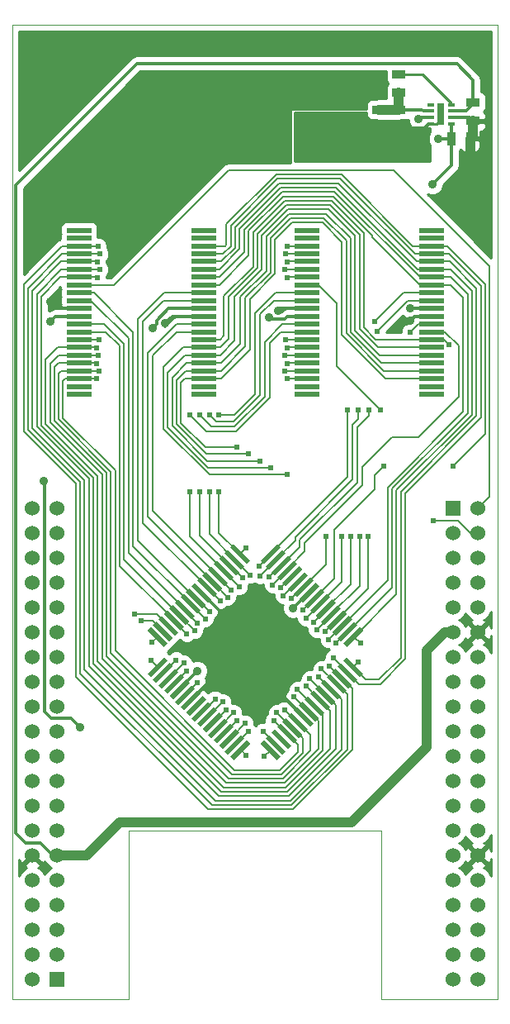
<source format=gtl>
G04 (created by PCBNEW (25-Oct-2014 BZR 4029)-stable) date Sat 16 May 2015 01:40:02 JST*
%MOIN*%
G04 Gerber Fmt 3.4, Leading zero omitted, Abs format*
%FSLAX34Y34*%
G01*
G70*
G90*
G04 APERTURE LIST*
%ADD10C,0.00590551*%
%ADD11C,0.00393701*%
%ADD12R,0.06X0.06*%
%ADD13C,0.06*%
%ADD14R,0.055X0.035*%
%ADD15R,0.035X0.055*%
%ADD16R,0.0984252X0.019685*%
%ADD17R,0.0314961X0.011811*%
%ADD18R,0.0314961X0.0885827*%
%ADD19C,0.035*%
%ADD20C,0.0240157*%
%ADD21C,0.0137795*%
%ADD22C,0.0393701*%
%ADD23C,0.0080315*%
%ADD24C,0.01*%
G04 APERTURE END LIST*
G54D10*
G54D11*
X30600Y-11700D02*
X50200Y-11700D01*
X30600Y-51000D02*
X35300Y-51000D01*
X45500Y-51000D02*
X50200Y-51000D01*
X35300Y-44200D02*
X45500Y-44200D01*
X35300Y-44200D02*
X35300Y-51000D01*
X45500Y-44200D02*
X45500Y-51000D01*
X30600Y-51000D02*
X30600Y-11700D01*
X50200Y-51000D02*
X50200Y-11700D01*
G54D12*
X48400Y-31200D03*
G54D13*
X49400Y-31200D03*
X48400Y-36200D03*
X49400Y-32200D03*
X48400Y-37200D03*
X49400Y-33200D03*
X48400Y-38200D03*
X49400Y-34200D03*
X48400Y-39200D03*
X49400Y-35200D03*
X48400Y-40200D03*
X49400Y-36200D03*
X48400Y-41200D03*
X49400Y-37200D03*
X48400Y-42200D03*
X49400Y-38200D03*
X48400Y-43200D03*
X49400Y-39200D03*
X48400Y-44200D03*
X49400Y-40200D03*
X48400Y-45200D03*
X49400Y-41200D03*
X48400Y-46200D03*
X49400Y-42200D03*
X49400Y-43200D03*
X48400Y-47200D03*
X49400Y-44200D03*
X49400Y-46200D03*
X49400Y-47200D03*
X49400Y-48200D03*
X49400Y-49200D03*
X48400Y-48200D03*
X48400Y-49200D03*
X48400Y-32200D03*
X48400Y-33200D03*
X48400Y-34200D03*
X48400Y-35200D03*
X48400Y-50200D03*
X49400Y-50200D03*
X49400Y-45200D03*
G54D12*
X32400Y-50200D03*
G54D13*
X31400Y-50200D03*
X32400Y-45200D03*
X31400Y-49200D03*
X32400Y-44200D03*
X31400Y-48200D03*
X32400Y-43200D03*
X31400Y-47200D03*
X32400Y-42200D03*
X31400Y-46200D03*
X32400Y-41200D03*
X31400Y-45200D03*
X32400Y-40200D03*
X31400Y-44200D03*
X32400Y-39200D03*
X31400Y-43200D03*
X32400Y-38200D03*
X31400Y-42200D03*
X32400Y-37200D03*
X31400Y-41200D03*
X32400Y-36200D03*
X31400Y-40200D03*
X32400Y-35200D03*
X31400Y-39200D03*
X31400Y-38200D03*
X32400Y-34200D03*
X31400Y-37200D03*
X31400Y-35200D03*
X31400Y-34200D03*
X31400Y-33200D03*
X31400Y-32200D03*
X32400Y-33200D03*
X32400Y-32200D03*
X32400Y-49200D03*
X32400Y-48200D03*
X32400Y-47200D03*
X32400Y-46200D03*
X32400Y-31200D03*
X31400Y-31200D03*
X31400Y-36200D03*
G54D10*
G36*
X36182Y-38016D02*
X36043Y-37876D01*
X36711Y-37208D01*
X36850Y-37347D01*
X36182Y-38016D01*
X36182Y-38016D01*
G37*
G36*
X36405Y-38238D02*
X36265Y-38099D01*
X36934Y-37431D01*
X37073Y-37570D01*
X36405Y-38238D01*
X36405Y-38238D01*
G37*
G36*
X36627Y-38461D02*
X36488Y-38322D01*
X37156Y-37654D01*
X37295Y-37793D01*
X36627Y-38461D01*
X36627Y-38461D01*
G37*
G36*
X36850Y-38684D02*
X36711Y-38545D01*
X37379Y-37876D01*
X37518Y-38016D01*
X36850Y-38684D01*
X36850Y-38684D01*
G37*
G36*
X37073Y-38906D02*
X36934Y-38767D01*
X37602Y-38099D01*
X37741Y-38238D01*
X37073Y-38906D01*
X37073Y-38906D01*
G37*
G36*
X37295Y-39129D02*
X37156Y-38990D01*
X37824Y-38322D01*
X37964Y-38461D01*
X37295Y-39129D01*
X37295Y-39129D01*
G37*
G36*
X37518Y-39352D02*
X37379Y-39213D01*
X38047Y-38545D01*
X38186Y-38684D01*
X37518Y-39352D01*
X37518Y-39352D01*
G37*
G36*
X37741Y-39575D02*
X37602Y-39435D01*
X38270Y-38767D01*
X38409Y-38906D01*
X37741Y-39575D01*
X37741Y-39575D01*
G37*
G36*
X37964Y-39797D02*
X37824Y-39658D01*
X38493Y-38990D01*
X38632Y-39129D01*
X37964Y-39797D01*
X37964Y-39797D01*
G37*
G36*
X38186Y-40020D02*
X38047Y-39881D01*
X38715Y-39213D01*
X38854Y-39352D01*
X38186Y-40020D01*
X38186Y-40020D01*
G37*
G36*
X38409Y-40243D02*
X38270Y-40104D01*
X38938Y-39435D01*
X39077Y-39575D01*
X38409Y-40243D01*
X38409Y-40243D01*
G37*
G36*
X38632Y-40465D02*
X38493Y-40326D01*
X39161Y-39658D01*
X39300Y-39797D01*
X38632Y-40465D01*
X38632Y-40465D01*
G37*
G36*
X38854Y-40688D02*
X38715Y-40549D01*
X39383Y-39881D01*
X39523Y-40020D01*
X38854Y-40688D01*
X38854Y-40688D01*
G37*
G36*
X39077Y-40911D02*
X38938Y-40772D01*
X39606Y-40104D01*
X39745Y-40243D01*
X39077Y-40911D01*
X39077Y-40911D01*
G37*
G36*
X39300Y-41134D02*
X39161Y-40994D01*
X39829Y-40326D01*
X39968Y-40465D01*
X39300Y-41134D01*
X39300Y-41134D01*
G37*
G36*
X39523Y-41356D02*
X39383Y-41217D01*
X40052Y-40549D01*
X40191Y-40688D01*
X39523Y-41356D01*
X39523Y-41356D01*
G37*
G36*
X41276Y-41356D02*
X40608Y-40688D01*
X40747Y-40549D01*
X41416Y-41217D01*
X41276Y-41356D01*
X41276Y-41356D01*
G37*
G36*
X41499Y-41134D02*
X40831Y-40465D01*
X40970Y-40326D01*
X41638Y-40994D01*
X41499Y-41134D01*
X41499Y-41134D01*
G37*
G36*
X41722Y-40911D02*
X41054Y-40243D01*
X41193Y-40104D01*
X41861Y-40772D01*
X41722Y-40911D01*
X41722Y-40911D01*
G37*
G36*
X41945Y-40688D02*
X41276Y-40020D01*
X41416Y-39881D01*
X42084Y-40549D01*
X41945Y-40688D01*
X41945Y-40688D01*
G37*
G36*
X42167Y-40465D02*
X41499Y-39797D01*
X41638Y-39658D01*
X42306Y-40326D01*
X42167Y-40465D01*
X42167Y-40465D01*
G37*
G36*
X42390Y-40243D02*
X41722Y-39575D01*
X41861Y-39435D01*
X42529Y-40104D01*
X42390Y-40243D01*
X42390Y-40243D01*
G37*
G36*
X42613Y-40020D02*
X41945Y-39352D01*
X42084Y-39213D01*
X42752Y-39881D01*
X42613Y-40020D01*
X42613Y-40020D01*
G37*
G36*
X42835Y-39797D02*
X42167Y-39129D01*
X42306Y-38990D01*
X42975Y-39658D01*
X42835Y-39797D01*
X42835Y-39797D01*
G37*
G36*
X43058Y-39575D02*
X42390Y-38906D01*
X42529Y-38767D01*
X43197Y-39435D01*
X43058Y-39575D01*
X43058Y-39575D01*
G37*
G36*
X43281Y-39352D02*
X42613Y-38684D01*
X42752Y-38545D01*
X43420Y-39213D01*
X43281Y-39352D01*
X43281Y-39352D01*
G37*
G36*
X43504Y-39129D02*
X42835Y-38461D01*
X42975Y-38322D01*
X43643Y-38990D01*
X43504Y-39129D01*
X43504Y-39129D01*
G37*
G36*
X43726Y-38906D02*
X43058Y-38238D01*
X43197Y-38099D01*
X43865Y-38767D01*
X43726Y-38906D01*
X43726Y-38906D01*
G37*
G36*
X43949Y-38684D02*
X43281Y-38016D01*
X43420Y-37876D01*
X44088Y-38545D01*
X43949Y-38684D01*
X43949Y-38684D01*
G37*
G36*
X44172Y-38461D02*
X43504Y-37793D01*
X43643Y-37654D01*
X44311Y-38322D01*
X44172Y-38461D01*
X44172Y-38461D01*
G37*
G36*
X44394Y-38238D02*
X43726Y-37570D01*
X43865Y-37431D01*
X44534Y-38099D01*
X44394Y-38238D01*
X44394Y-38238D01*
G37*
G36*
X44617Y-38016D02*
X43949Y-37347D01*
X44088Y-37208D01*
X44756Y-37876D01*
X44617Y-38016D01*
X44617Y-38016D01*
G37*
G36*
X44088Y-36791D02*
X43949Y-36652D01*
X44617Y-35983D01*
X44756Y-36123D01*
X44088Y-36791D01*
X44088Y-36791D01*
G37*
G36*
X43865Y-36568D02*
X43726Y-36429D01*
X44394Y-35761D01*
X44534Y-35900D01*
X43865Y-36568D01*
X43865Y-36568D01*
G37*
G36*
X43643Y-36345D02*
X43504Y-36206D01*
X44172Y-35538D01*
X44311Y-35677D01*
X43643Y-36345D01*
X43643Y-36345D01*
G37*
G36*
X43420Y-36123D02*
X43281Y-35983D01*
X43949Y-35315D01*
X44088Y-35454D01*
X43420Y-36123D01*
X43420Y-36123D01*
G37*
G36*
X43197Y-35900D02*
X43058Y-35761D01*
X43726Y-35093D01*
X43865Y-35232D01*
X43197Y-35900D01*
X43197Y-35900D01*
G37*
G36*
X42975Y-35677D02*
X42835Y-35538D01*
X43504Y-34870D01*
X43643Y-35009D01*
X42975Y-35677D01*
X42975Y-35677D01*
G37*
G36*
X42752Y-35454D02*
X42613Y-35315D01*
X43281Y-34647D01*
X43420Y-34786D01*
X42752Y-35454D01*
X42752Y-35454D01*
G37*
G36*
X42529Y-35232D02*
X42390Y-35093D01*
X43058Y-34424D01*
X43197Y-34564D01*
X42529Y-35232D01*
X42529Y-35232D01*
G37*
G36*
X42306Y-35009D02*
X42167Y-34870D01*
X42835Y-34202D01*
X42975Y-34341D01*
X42306Y-35009D01*
X42306Y-35009D01*
G37*
G36*
X42084Y-34786D02*
X41945Y-34647D01*
X42613Y-33979D01*
X42752Y-34118D01*
X42084Y-34786D01*
X42084Y-34786D01*
G37*
G36*
X41861Y-34564D02*
X41722Y-34424D01*
X42390Y-33756D01*
X42529Y-33895D01*
X41861Y-34564D01*
X41861Y-34564D01*
G37*
G36*
X41638Y-34341D02*
X41499Y-34202D01*
X42167Y-33534D01*
X42306Y-33673D01*
X41638Y-34341D01*
X41638Y-34341D01*
G37*
G36*
X41416Y-34118D02*
X41276Y-33979D01*
X41945Y-33311D01*
X42084Y-33450D01*
X41416Y-34118D01*
X41416Y-34118D01*
G37*
G36*
X41193Y-33895D02*
X41054Y-33756D01*
X41722Y-33088D01*
X41861Y-33227D01*
X41193Y-33895D01*
X41193Y-33895D01*
G37*
G36*
X40970Y-33673D02*
X40831Y-33534D01*
X41499Y-32865D01*
X41638Y-33005D01*
X40970Y-33673D01*
X40970Y-33673D01*
G37*
G36*
X40747Y-33450D02*
X40608Y-33311D01*
X41276Y-32643D01*
X41416Y-32782D01*
X40747Y-33450D01*
X40747Y-33450D01*
G37*
G36*
X40052Y-33450D02*
X39383Y-32782D01*
X39523Y-32643D01*
X40191Y-33311D01*
X40052Y-33450D01*
X40052Y-33450D01*
G37*
G36*
X39829Y-33673D02*
X39161Y-33005D01*
X39300Y-32865D01*
X39968Y-33534D01*
X39829Y-33673D01*
X39829Y-33673D01*
G37*
G36*
X39606Y-33895D02*
X38938Y-33227D01*
X39077Y-33088D01*
X39745Y-33756D01*
X39606Y-33895D01*
X39606Y-33895D01*
G37*
G36*
X39383Y-34118D02*
X38715Y-33450D01*
X38854Y-33311D01*
X39523Y-33979D01*
X39383Y-34118D01*
X39383Y-34118D01*
G37*
G36*
X39161Y-34341D02*
X38493Y-33673D01*
X38632Y-33534D01*
X39300Y-34202D01*
X39161Y-34341D01*
X39161Y-34341D01*
G37*
G36*
X38938Y-34564D02*
X38270Y-33895D01*
X38409Y-33756D01*
X39077Y-34424D01*
X38938Y-34564D01*
X38938Y-34564D01*
G37*
G36*
X38715Y-34786D02*
X38047Y-34118D01*
X38186Y-33979D01*
X38854Y-34647D01*
X38715Y-34786D01*
X38715Y-34786D01*
G37*
G36*
X38493Y-35009D02*
X37824Y-34341D01*
X37964Y-34202D01*
X38632Y-34870D01*
X38493Y-35009D01*
X38493Y-35009D01*
G37*
G36*
X38270Y-35232D02*
X37602Y-34564D01*
X37741Y-34424D01*
X38409Y-35093D01*
X38270Y-35232D01*
X38270Y-35232D01*
G37*
G36*
X38047Y-35454D02*
X37379Y-34786D01*
X37518Y-34647D01*
X38186Y-35315D01*
X38047Y-35454D01*
X38047Y-35454D01*
G37*
G36*
X37824Y-35677D02*
X37156Y-35009D01*
X37295Y-34870D01*
X37964Y-35538D01*
X37824Y-35677D01*
X37824Y-35677D01*
G37*
G36*
X37602Y-35900D02*
X36934Y-35232D01*
X37073Y-35093D01*
X37741Y-35761D01*
X37602Y-35900D01*
X37602Y-35900D01*
G37*
G36*
X37379Y-36123D02*
X36711Y-35454D01*
X36850Y-35315D01*
X37518Y-35983D01*
X37379Y-36123D01*
X37379Y-36123D01*
G37*
G36*
X37156Y-36345D02*
X36488Y-35677D01*
X36627Y-35538D01*
X37295Y-36206D01*
X37156Y-36345D01*
X37156Y-36345D01*
G37*
G36*
X36934Y-36568D02*
X36265Y-35900D01*
X36405Y-35761D01*
X37073Y-36429D01*
X36934Y-36568D01*
X36934Y-36568D01*
G37*
G36*
X36711Y-36791D02*
X36043Y-36123D01*
X36182Y-35983D01*
X36850Y-36652D01*
X36711Y-36791D01*
X36711Y-36791D01*
G37*
G54D14*
X46200Y-13699D03*
X46200Y-14449D03*
X45400Y-15125D03*
X45400Y-15875D03*
X46200Y-15125D03*
X46200Y-15875D03*
G54D15*
X48325Y-16300D03*
X49075Y-16300D03*
G54D16*
X33280Y-26607D03*
X33280Y-26292D03*
X33280Y-25977D03*
X33280Y-25662D03*
X33280Y-25347D03*
X33280Y-25032D03*
X33280Y-24717D03*
X33280Y-24402D03*
X33280Y-24087D03*
X33280Y-23772D03*
X33280Y-23457D03*
X33280Y-23142D03*
X33280Y-22827D03*
X33280Y-22512D03*
X33280Y-22197D03*
X33280Y-21882D03*
X33280Y-21567D03*
X33280Y-21252D03*
X33280Y-20937D03*
X33280Y-20622D03*
X33280Y-20307D03*
X33280Y-19992D03*
X38319Y-19992D03*
X38319Y-20307D03*
X38319Y-20622D03*
X38319Y-20937D03*
X38319Y-21252D03*
X38319Y-21567D03*
X38319Y-21882D03*
X38319Y-22197D03*
X38319Y-22512D03*
X38319Y-22827D03*
X38319Y-23142D03*
X38319Y-23457D03*
X38319Y-23772D03*
X38319Y-24087D03*
X38319Y-24402D03*
X38319Y-24717D03*
X38319Y-25032D03*
X38319Y-25347D03*
X38319Y-25662D03*
X38319Y-25977D03*
X38319Y-26292D03*
X38319Y-26607D03*
X42480Y-26607D03*
X42480Y-26292D03*
X42480Y-25977D03*
X42480Y-25662D03*
X42480Y-25347D03*
X42480Y-25032D03*
X42480Y-24717D03*
X42480Y-24402D03*
X42480Y-24087D03*
X42480Y-23772D03*
X42480Y-23457D03*
X42480Y-23142D03*
X42480Y-22827D03*
X42480Y-22512D03*
X42480Y-22197D03*
X42480Y-21882D03*
X42480Y-21567D03*
X42480Y-21252D03*
X42480Y-20937D03*
X42480Y-20622D03*
X42480Y-20307D03*
X42480Y-19992D03*
X47519Y-19992D03*
X47519Y-20307D03*
X47519Y-20622D03*
X47519Y-20937D03*
X47519Y-21252D03*
X47519Y-21567D03*
X47519Y-21882D03*
X47519Y-22197D03*
X47519Y-22512D03*
X47519Y-22827D03*
X47519Y-23142D03*
X47519Y-23457D03*
X47519Y-23772D03*
X47519Y-24087D03*
X47519Y-24402D03*
X47519Y-24717D03*
X47519Y-25032D03*
X47519Y-25347D03*
X47519Y-25662D03*
X47519Y-25977D03*
X47519Y-26292D03*
X47519Y-26607D03*
G54D17*
X47486Y-14925D03*
X47486Y-15181D03*
X47486Y-15437D03*
X47486Y-15693D03*
X48313Y-15693D03*
X48313Y-15437D03*
X48313Y-15181D03*
X48313Y-14925D03*
G54D18*
X47900Y-15300D03*
G54D14*
X49200Y-14825D03*
X49200Y-15575D03*
G54D19*
X47559Y-18149D03*
X33307Y-40039D03*
X31850Y-30118D03*
X46653Y-23149D03*
X40944Y-23503D03*
X36259Y-23937D03*
X32125Y-23661D03*
X41929Y-35236D03*
X47000Y-15500D03*
X47800Y-16300D03*
X38070Y-37755D03*
G54D20*
X35511Y-35472D03*
X39212Y-39330D03*
X39527Y-39448D03*
X37519Y-37440D03*
X37637Y-37755D03*
X38779Y-38897D03*
X40118Y-40196D03*
X40000Y-39881D03*
X39645Y-39763D03*
X36220Y-36614D03*
X39094Y-39015D03*
X35787Y-35748D03*
X33976Y-25984D03*
X41692Y-25984D03*
X41141Y-39763D03*
X43385Y-37559D03*
X34055Y-20629D03*
X41692Y-20629D03*
X43543Y-37244D03*
X44566Y-37401D03*
X44645Y-36653D03*
X43661Y-36653D03*
X43346Y-36496D03*
X41692Y-29842D03*
X44960Y-32322D03*
X43228Y-36181D03*
X44606Y-32322D03*
X41023Y-29566D03*
X42874Y-36102D03*
X44251Y-32322D03*
X40590Y-29291D03*
X42755Y-35787D03*
X43897Y-32322D03*
X40118Y-29015D03*
X42440Y-35629D03*
X41574Y-25669D03*
X41259Y-39448D03*
X34094Y-25669D03*
X45590Y-29507D03*
X48405Y-29488D03*
X42322Y-35314D03*
X43267Y-32322D03*
X39645Y-28740D03*
X41850Y-34842D03*
X41535Y-34724D03*
X41417Y-34409D03*
X33976Y-25354D03*
X41574Y-39330D03*
X41692Y-25354D03*
X41968Y-38818D03*
X41574Y-25039D03*
X34055Y-25039D03*
X42086Y-38503D03*
X41692Y-24724D03*
X33976Y-24724D03*
X42440Y-38385D03*
X41692Y-21889D03*
X34015Y-21889D03*
X42598Y-38070D03*
X41574Y-21574D03*
X34133Y-21574D03*
X42952Y-37992D03*
X41692Y-21259D03*
X34015Y-21259D03*
X43070Y-37677D03*
X41614Y-20944D03*
X34133Y-20944D03*
X38070Y-38228D03*
X37637Y-36259D03*
X37952Y-36141D03*
X40196Y-33897D03*
X38543Y-27440D03*
X38543Y-30551D03*
X40039Y-32795D03*
X38937Y-27440D03*
X38937Y-30551D03*
X44133Y-27244D03*
X45236Y-23661D03*
X40551Y-33543D03*
X44566Y-27244D03*
X45314Y-24055D03*
X40590Y-33937D03*
X46653Y-24094D03*
X45000Y-27244D03*
X40944Y-33976D03*
X41102Y-34291D03*
X38070Y-35826D03*
X38385Y-35669D03*
X38543Y-35354D03*
X38976Y-34921D03*
X39291Y-34803D03*
X39409Y-34488D03*
X37755Y-27440D03*
X37755Y-30551D03*
X39763Y-34370D03*
X38149Y-27440D03*
X38149Y-30551D03*
X39881Y-34015D03*
X37204Y-37322D03*
X40708Y-40196D03*
X40748Y-41220D03*
X40039Y-41181D03*
X36181Y-37322D03*
X47598Y-31692D03*
X34094Y-24409D03*
X41614Y-24409D03*
X48228Y-24606D03*
X45472Y-27244D03*
G54D19*
X35866Y-16240D03*
X37814Y-16259D03*
X46200Y-16456D03*
X49045Y-18769D03*
X41259Y-36988D03*
X46653Y-23622D03*
X41338Y-23228D03*
X36771Y-23740D03*
X32125Y-22874D03*
X38543Y-38188D03*
G54D21*
X48325Y-17383D02*
X48325Y-16300D01*
X47559Y-18149D02*
X48325Y-17383D01*
X36896Y-23142D02*
X38319Y-23142D01*
X32952Y-39685D02*
X32165Y-39685D01*
X33307Y-40039D02*
X32952Y-39685D01*
X31889Y-39409D02*
X32165Y-39685D01*
X31889Y-30157D02*
X31889Y-39409D01*
X31850Y-30118D02*
X31889Y-30157D01*
X46660Y-23142D02*
X47519Y-23142D01*
X46653Y-23149D02*
X46660Y-23142D01*
X41700Y-23457D02*
X42480Y-23457D01*
X40944Y-23503D02*
X41024Y-23583D01*
X41024Y-23583D02*
X41574Y-23583D01*
X41574Y-23583D02*
X41700Y-23457D01*
X36413Y-23625D02*
X36896Y-23142D01*
X36413Y-23783D02*
X36413Y-23625D01*
X36259Y-23937D02*
X36413Y-23783D01*
X32329Y-23457D02*
X33280Y-23457D01*
X32125Y-23661D02*
X32329Y-23457D01*
X42559Y-34605D02*
X42571Y-34605D01*
X41929Y-35236D02*
X42559Y-34605D01*
X47486Y-15437D02*
X47062Y-15437D01*
X47062Y-15437D02*
X47000Y-15500D01*
X47800Y-16300D02*
X48325Y-16300D01*
X48313Y-15693D02*
X48313Y-16288D01*
X48313Y-16288D02*
X48325Y-16300D01*
X38070Y-37755D02*
X37337Y-38489D01*
X37337Y-38489D02*
X37337Y-38503D01*
G54D22*
X48400Y-36200D02*
X48051Y-36200D01*
X48051Y-36200D02*
X47322Y-36929D01*
X47322Y-36929D02*
X47322Y-40826D01*
X47322Y-40826D02*
X44291Y-43858D01*
X44291Y-43858D02*
X34921Y-43858D01*
X34921Y-43858D02*
X33579Y-45200D01*
X33579Y-45200D02*
X32400Y-45200D01*
G54D21*
X30728Y-44311D02*
X30728Y-18169D01*
X35629Y-13267D02*
X48543Y-13267D01*
X30728Y-18169D02*
X35629Y-13267D01*
X32400Y-45200D02*
X32207Y-45200D01*
X49200Y-13924D02*
X49200Y-14825D01*
X48543Y-13267D02*
X49200Y-13924D01*
X31122Y-44704D02*
X30728Y-44311D01*
X31712Y-44704D02*
X31122Y-44704D01*
X32207Y-45200D02*
X31712Y-44704D01*
X49200Y-14825D02*
X49200Y-14900D01*
X49200Y-14900D02*
X48918Y-15181D01*
X48918Y-15181D02*
X48313Y-15181D01*
G54D23*
X36892Y-35942D02*
X36887Y-35942D01*
X36887Y-35942D02*
X36417Y-35472D01*
X36417Y-35472D02*
X35511Y-35472D01*
X38673Y-39839D02*
X38703Y-39839D01*
X38703Y-39839D02*
X39212Y-39330D01*
X38896Y-40062D02*
X38914Y-40062D01*
X38914Y-40062D02*
X39527Y-39448D01*
X36892Y-38057D02*
X36902Y-38057D01*
X36902Y-38057D02*
X37519Y-37440D01*
X37115Y-38280D02*
X37115Y-38278D01*
X37115Y-38278D02*
X37637Y-37755D01*
X38228Y-39394D02*
X38283Y-39394D01*
X38283Y-39394D02*
X38779Y-38897D01*
X39564Y-40730D02*
X39584Y-40730D01*
X39584Y-40730D02*
X40118Y-40196D01*
X39342Y-40507D02*
X39374Y-40507D01*
X39374Y-40507D02*
X40000Y-39881D01*
X39119Y-40284D02*
X39124Y-40284D01*
X39124Y-40284D02*
X39645Y-39763D01*
X36446Y-36387D02*
X36446Y-36387D01*
X36446Y-36387D02*
X36220Y-36614D01*
X38451Y-39616D02*
X38493Y-39616D01*
X38493Y-39616D02*
X39094Y-39015D01*
X36669Y-36164D02*
X36669Y-36157D01*
X36259Y-35748D02*
X35787Y-35748D01*
X36669Y-36157D02*
X36259Y-35748D01*
X33280Y-25977D02*
X32726Y-25977D01*
X42480Y-25977D02*
X41700Y-25977D01*
X33969Y-25977D02*
X33280Y-25977D01*
X33976Y-25984D02*
X33969Y-25977D01*
X41700Y-25977D02*
X41692Y-25984D01*
X32726Y-25977D02*
X32637Y-26066D01*
X32637Y-26066D02*
X32637Y-27559D01*
X32637Y-27559D02*
X34744Y-29665D01*
X41680Y-40284D02*
X41662Y-40284D01*
X41662Y-40284D02*
X41141Y-39763D01*
X42125Y-40730D02*
X41680Y-40284D01*
X42125Y-41032D02*
X42125Y-40730D01*
X41387Y-41771D02*
X42125Y-41032D01*
X39566Y-41771D02*
X41387Y-41771D01*
X34744Y-36948D02*
X39566Y-41771D01*
X34744Y-29665D02*
X34744Y-36948D01*
X33149Y-37992D02*
X33149Y-30196D01*
X33149Y-30196D02*
X31043Y-28090D01*
X32605Y-20622D02*
X31043Y-22185D01*
X33280Y-20622D02*
X32605Y-20622D01*
X31043Y-22185D02*
X31043Y-28090D01*
X43907Y-38057D02*
X43884Y-38057D01*
X43884Y-38057D02*
X43385Y-37559D01*
X42480Y-20622D02*
X41700Y-20622D01*
X34048Y-20622D02*
X33280Y-20622D01*
X34055Y-20629D02*
X34048Y-20622D01*
X41700Y-20622D02*
X41692Y-20629D01*
X33149Y-37992D02*
X38503Y-43346D01*
X44330Y-38480D02*
X43907Y-38057D01*
X44330Y-40944D02*
X44330Y-38480D01*
X41929Y-43346D02*
X44330Y-40944D01*
X38503Y-43346D02*
X41929Y-43346D01*
X48221Y-20937D02*
X49507Y-22224D01*
X49507Y-22224D02*
X49507Y-27539D01*
X45452Y-38287D02*
X44582Y-38287D01*
X46456Y-37283D02*
X45452Y-38287D01*
X44130Y-37835D02*
X44582Y-38287D01*
X48221Y-20937D02*
X47519Y-20937D01*
X46456Y-30590D02*
X46456Y-37283D01*
X49507Y-27539D02*
X46456Y-30590D01*
X44130Y-37835D02*
X44130Y-37831D01*
X44130Y-37831D02*
X43543Y-37244D01*
X47519Y-20937D02*
X46843Y-20937D01*
X46843Y-20937D02*
X43818Y-17913D01*
X43818Y-17913D02*
X41299Y-17913D01*
X41299Y-17913D02*
X39409Y-19803D01*
X39409Y-19803D02*
X39409Y-20629D01*
X39409Y-20629D02*
X39101Y-20937D01*
X39101Y-20937D02*
X38319Y-20937D01*
X48257Y-21252D02*
X49330Y-22325D01*
X49330Y-22325D02*
X49330Y-27480D01*
X49330Y-27480D02*
X46279Y-30531D01*
X45393Y-38110D02*
X44850Y-38110D01*
X46279Y-37224D02*
X45393Y-38110D01*
X44353Y-37612D02*
X44850Y-38110D01*
X48257Y-21252D02*
X47519Y-21252D01*
X46279Y-30531D02*
X46279Y-37224D01*
X44353Y-37612D02*
X44356Y-37612D01*
X44356Y-37612D02*
X44566Y-37401D01*
X47519Y-21252D02*
X46922Y-21252D01*
X46922Y-21252D02*
X43759Y-18090D01*
X43759Y-18090D02*
X41358Y-18090D01*
X41358Y-18090D02*
X39586Y-19862D01*
X39586Y-19862D02*
X39586Y-20688D01*
X39586Y-20688D02*
X39022Y-21252D01*
X39022Y-21252D02*
X38319Y-21252D01*
X44353Y-36387D02*
X44380Y-36387D01*
X44380Y-36387D02*
X46102Y-34665D01*
X49153Y-27421D02*
X46102Y-30472D01*
X49153Y-22421D02*
X49153Y-27421D01*
X48300Y-21567D02*
X49153Y-22421D01*
X47519Y-21567D02*
X48300Y-21567D01*
X46102Y-30472D02*
X46102Y-34665D01*
X44353Y-36387D02*
X44379Y-36387D01*
X44379Y-36387D02*
X44645Y-36653D01*
X47519Y-21567D02*
X46961Y-21567D01*
X46961Y-21567D02*
X43661Y-18267D01*
X38944Y-21567D02*
X38319Y-21567D01*
X39763Y-20748D02*
X38944Y-21567D01*
X39763Y-19921D02*
X39763Y-20748D01*
X41417Y-18267D02*
X39763Y-19921D01*
X43661Y-18267D02*
X41417Y-18267D01*
X44150Y-36164D02*
X45925Y-34389D01*
X45925Y-34389D02*
X45925Y-30413D01*
X47519Y-21882D02*
X48300Y-21882D01*
X48300Y-21882D02*
X48976Y-22559D01*
X48976Y-22559D02*
X48976Y-27362D01*
X48976Y-27362D02*
X45925Y-30413D01*
X44150Y-36164D02*
X44130Y-36164D01*
X44130Y-36164D02*
X44130Y-36184D01*
X44130Y-36184D02*
X43661Y-36653D01*
X47519Y-21882D02*
X47040Y-21882D01*
X47040Y-21882D02*
X43602Y-18444D01*
X43602Y-18444D02*
X41476Y-18444D01*
X41476Y-18444D02*
X39960Y-19960D01*
X39960Y-19960D02*
X39960Y-20866D01*
X39960Y-20866D02*
X38944Y-21882D01*
X38944Y-21882D02*
X38319Y-21882D01*
X47519Y-22197D02*
X47059Y-22197D01*
X45122Y-20192D02*
X45118Y-20192D01*
X45122Y-20260D02*
X45122Y-20192D01*
X47059Y-22197D02*
X45122Y-20260D01*
X45748Y-34094D02*
X45748Y-30354D01*
X45748Y-30354D02*
X48799Y-27303D01*
X43907Y-35934D02*
X45748Y-34094D01*
X47519Y-22197D02*
X48296Y-22197D01*
X48296Y-22197D02*
X48799Y-22700D01*
X48799Y-22700D02*
X48799Y-27303D01*
X43907Y-35934D02*
X43907Y-35942D01*
X43907Y-35942D02*
X43900Y-35942D01*
X43900Y-35942D02*
X43346Y-36496D01*
X45118Y-20192D02*
X45118Y-20196D01*
X45118Y-20196D02*
X43543Y-18622D01*
X43543Y-18622D02*
X41535Y-18622D01*
X41535Y-18622D02*
X40137Y-20019D01*
X40137Y-20019D02*
X40137Y-21003D01*
X40137Y-21003D02*
X38944Y-22197D01*
X38944Y-22197D02*
X38319Y-22197D01*
X41692Y-29842D02*
X38543Y-29842D01*
X38319Y-24717D02*
X37487Y-24717D01*
X37487Y-24717D02*
X36692Y-25511D01*
X36692Y-25511D02*
X36692Y-27992D01*
X38543Y-29842D02*
X36692Y-27992D01*
X44960Y-34443D02*
X43684Y-35719D01*
X44960Y-32322D02*
X44960Y-34443D01*
X43684Y-35719D02*
X43684Y-35724D01*
X43684Y-35724D02*
X43228Y-36181D01*
X47519Y-24717D02*
X45347Y-24717D01*
X45347Y-24717D02*
X44606Y-23976D01*
X44606Y-23976D02*
X44606Y-20157D01*
X44606Y-20157D02*
X43425Y-18976D01*
X40492Y-20137D02*
X40492Y-21515D01*
X38983Y-24717D02*
X38319Y-24717D01*
X39330Y-24370D02*
X38983Y-24717D01*
X39330Y-22677D02*
X39330Y-24370D01*
X40492Y-21515D02*
X39330Y-22677D01*
X41653Y-18976D02*
X40492Y-20137D01*
X43425Y-18976D02*
X41653Y-18976D01*
X38319Y-25032D02*
X37566Y-25032D01*
X43462Y-35474D02*
X43462Y-35496D01*
X44606Y-34330D02*
X43462Y-35474D01*
X44606Y-32322D02*
X44606Y-34330D01*
X38503Y-29566D02*
X41023Y-29566D01*
X36870Y-27933D02*
X38503Y-29566D01*
X36870Y-25728D02*
X36870Y-27933D01*
X37566Y-25032D02*
X36870Y-25728D01*
X43462Y-35496D02*
X43462Y-35514D01*
X43462Y-35514D02*
X42874Y-36102D01*
X47519Y-25032D02*
X45425Y-25032D01*
X45425Y-25032D02*
X44429Y-24035D01*
X44429Y-24035D02*
X44429Y-20216D01*
X40669Y-20196D02*
X40669Y-21574D01*
X38983Y-25032D02*
X38319Y-25032D01*
X39566Y-24448D02*
X38983Y-25032D01*
X39566Y-22677D02*
X39566Y-24448D01*
X40669Y-21574D02*
X39566Y-22677D01*
X41712Y-19153D02*
X40669Y-20196D01*
X43366Y-19153D02*
X41712Y-19153D01*
X44429Y-20216D02*
X43366Y-19153D01*
X40590Y-29291D02*
X38464Y-29291D01*
X44251Y-32322D02*
X44251Y-34261D01*
X43239Y-35273D02*
X44251Y-34261D01*
X37625Y-25347D02*
X38319Y-25347D01*
X37625Y-25347D02*
X37047Y-25925D01*
X37047Y-27874D02*
X37047Y-25925D01*
X38464Y-29291D02*
X37047Y-27874D01*
X43239Y-35273D02*
X43239Y-35303D01*
X43239Y-35303D02*
X42755Y-35787D01*
X47519Y-25347D02*
X45504Y-25347D01*
X39022Y-25347D02*
X38319Y-25347D01*
X39803Y-22677D02*
X39803Y-24566D01*
X39803Y-24566D02*
X39022Y-25347D01*
X43267Y-19330D02*
X41771Y-19330D01*
X41771Y-19330D02*
X40849Y-20252D01*
X40849Y-21630D02*
X39803Y-22677D01*
X40849Y-20252D02*
X40849Y-21630D01*
X45504Y-25347D02*
X44251Y-24094D01*
X44251Y-24094D02*
X44251Y-20314D01*
X44251Y-20314D02*
X43267Y-19330D01*
X40118Y-29015D02*
X38425Y-29015D01*
X43897Y-34170D02*
X43897Y-32322D01*
X37605Y-25662D02*
X38319Y-25662D01*
X37224Y-26043D02*
X37224Y-27814D01*
X37605Y-25662D02*
X37224Y-26043D01*
X38425Y-29015D02*
X37224Y-27814D01*
X43897Y-34170D02*
X43016Y-35051D01*
X43016Y-35051D02*
X43016Y-35054D01*
X43016Y-35054D02*
X42440Y-35629D01*
X47519Y-25662D02*
X45583Y-25662D01*
X39022Y-25662D02*
X38319Y-25662D01*
X40000Y-22716D02*
X40000Y-24685D01*
X40000Y-24685D02*
X39022Y-25662D01*
X43169Y-19507D02*
X41830Y-19507D01*
X41830Y-19507D02*
X41023Y-20314D01*
X41023Y-21692D02*
X40000Y-22716D01*
X41023Y-20314D02*
X41023Y-21692D01*
X45583Y-25662D02*
X44074Y-24153D01*
X44074Y-24153D02*
X44074Y-20413D01*
X44074Y-20413D02*
X43169Y-19507D01*
X42480Y-25662D02*
X41581Y-25662D01*
X41581Y-25662D02*
X41574Y-25669D01*
X41903Y-40062D02*
X41873Y-40062D01*
X41873Y-40062D02*
X41259Y-39448D01*
X42322Y-40481D02*
X41903Y-40062D01*
X42322Y-41062D02*
X42322Y-40481D01*
X41452Y-41933D02*
X42322Y-41062D01*
X39453Y-41933D02*
X41452Y-41933D01*
X34566Y-37047D02*
X39453Y-41933D01*
X33280Y-25662D02*
X32566Y-25662D01*
X34087Y-25662D02*
X33280Y-25662D01*
X34094Y-25669D02*
X34087Y-25662D01*
X32566Y-25662D02*
X32460Y-25767D01*
X32460Y-25767D02*
X32460Y-27618D01*
X32460Y-27618D02*
X34566Y-29724D01*
X34566Y-29724D02*
X34566Y-37047D01*
X47519Y-20622D02*
X48142Y-20622D01*
X43582Y-34040D02*
X42794Y-34828D01*
X43582Y-32086D02*
X43582Y-34040D01*
X45216Y-30452D02*
X43582Y-32086D01*
X45216Y-29881D02*
X45216Y-30452D01*
X45590Y-29507D02*
X45216Y-29881D01*
X49685Y-28208D02*
X48405Y-29488D01*
X49685Y-22165D02*
X49685Y-28208D01*
X48142Y-20622D02*
X49685Y-22165D01*
X42794Y-34828D02*
X42794Y-34843D01*
X42794Y-34843D02*
X42322Y-35314D01*
X42794Y-34828D02*
X42809Y-34828D01*
X47519Y-20622D02*
X46764Y-20622D01*
X39180Y-20622D02*
X38319Y-20622D01*
X39232Y-20570D02*
X39180Y-20622D01*
X39232Y-19744D02*
X39232Y-20570D01*
X41240Y-17736D02*
X39232Y-19744D01*
X43877Y-17736D02*
X41240Y-17736D01*
X46764Y-20622D02*
X43877Y-17736D01*
X39645Y-28740D02*
X38385Y-28740D01*
X43267Y-33464D02*
X43267Y-32322D01*
X37401Y-26141D02*
X37401Y-27755D01*
X37566Y-25977D02*
X37401Y-26141D01*
X37566Y-25977D02*
X38319Y-25977D01*
X38385Y-28740D02*
X37401Y-27755D01*
X43267Y-33464D02*
X42348Y-34383D01*
X42348Y-34383D02*
X42309Y-34383D01*
X42309Y-34383D02*
X41850Y-34842D01*
X41200Y-20374D02*
X41200Y-21751D01*
X45662Y-25977D02*
X43897Y-24212D01*
X43897Y-24212D02*
X43897Y-20472D01*
X43897Y-20472D02*
X43110Y-19685D01*
X43110Y-19685D02*
X41889Y-19685D01*
X41889Y-19685D02*
X41200Y-20374D01*
X47519Y-25977D02*
X45662Y-25977D01*
X40196Y-24803D02*
X39022Y-25977D01*
X39022Y-25977D02*
X38319Y-25977D01*
X41200Y-21751D02*
X40196Y-22755D01*
X40196Y-22755D02*
X40196Y-24803D01*
X42126Y-34160D02*
X42099Y-34160D01*
X42099Y-34160D02*
X41535Y-34724D01*
X41903Y-33937D02*
X41889Y-33937D01*
X41889Y-33937D02*
X41417Y-34409D01*
X33969Y-25347D02*
X33280Y-25347D01*
X33976Y-25354D02*
X33969Y-25347D01*
X42126Y-39839D02*
X42083Y-39839D01*
X42083Y-39839D02*
X41574Y-39330D01*
X42637Y-40351D02*
X42126Y-39839D01*
X42637Y-40984D02*
X42637Y-40351D01*
X41515Y-42106D02*
X42637Y-40984D01*
X39311Y-42106D02*
X41515Y-42106D01*
X34389Y-37185D02*
X39311Y-42106D01*
X34389Y-29783D02*
X34389Y-37185D01*
X32283Y-27677D02*
X34389Y-29783D01*
X32283Y-25511D02*
X32283Y-27677D01*
X32448Y-25347D02*
X32283Y-25511D01*
X33280Y-25347D02*
X32448Y-25347D01*
X42480Y-25347D02*
X41700Y-25347D01*
X41700Y-25347D02*
X41692Y-25354D01*
X42571Y-39394D02*
X42543Y-39394D01*
X42543Y-39394D02*
X41968Y-38818D01*
X42952Y-39775D02*
X42571Y-39394D01*
X42952Y-40905D02*
X42952Y-39775D01*
X41574Y-42283D02*
X42952Y-40905D01*
X39212Y-42283D02*
X41574Y-42283D01*
X34212Y-37283D02*
X39212Y-42283D01*
X34212Y-29842D02*
X34212Y-37283D01*
X32106Y-27736D02*
X34212Y-29842D01*
X32106Y-25377D02*
X32106Y-27736D01*
X42480Y-25032D02*
X41581Y-25032D01*
X41581Y-25032D02*
X41574Y-25039D01*
X33280Y-25032D02*
X32451Y-25032D01*
X32451Y-25032D02*
X32106Y-25377D01*
X34048Y-25032D02*
X33280Y-25032D01*
X34055Y-25039D02*
X34048Y-25032D01*
X42754Y-39171D02*
X42794Y-39171D01*
X42754Y-39171D02*
X42086Y-38503D01*
X43129Y-39507D02*
X42794Y-39171D01*
X43129Y-40964D02*
X43129Y-39507D01*
X41633Y-42460D02*
X43129Y-40964D01*
X39114Y-42460D02*
X41633Y-42460D01*
X34035Y-37381D02*
X39114Y-42460D01*
X34035Y-29901D02*
X34035Y-37381D01*
X31929Y-27795D02*
X34035Y-29901D01*
X31929Y-25200D02*
X31929Y-27795D01*
X42480Y-24717D02*
X41700Y-24717D01*
X41700Y-24717D02*
X41692Y-24724D01*
X33280Y-24717D02*
X32411Y-24717D01*
X32411Y-24717D02*
X31929Y-25200D01*
X33969Y-24717D02*
X33280Y-24717D01*
X33976Y-24724D02*
X33969Y-24717D01*
X43016Y-38948D02*
X43003Y-38948D01*
X43003Y-38948D02*
X42440Y-38385D01*
X43425Y-39357D02*
X43016Y-38948D01*
X43425Y-40905D02*
X43425Y-39357D01*
X41692Y-42637D02*
X43425Y-40905D01*
X39015Y-42637D02*
X41692Y-42637D01*
X33858Y-37480D02*
X39015Y-42637D01*
X33858Y-29960D02*
X33858Y-37480D01*
X31751Y-27854D02*
X33858Y-29960D01*
X31751Y-22657D02*
X31751Y-27854D01*
X42480Y-21882D02*
X41700Y-21882D01*
X41700Y-21882D02*
X41692Y-21889D01*
X32526Y-21882D02*
X31751Y-22657D01*
X33280Y-21882D02*
X32526Y-21882D01*
X34008Y-21882D02*
X33280Y-21882D01*
X34015Y-21889D02*
X34008Y-21882D01*
X43661Y-40905D02*
X43661Y-39147D01*
X41751Y-42814D02*
X43661Y-40905D01*
X38917Y-42814D02*
X41751Y-42814D01*
X33681Y-37578D02*
X38917Y-42814D01*
X33681Y-30019D02*
X33681Y-37578D01*
X31574Y-27913D02*
X33681Y-30019D01*
X31574Y-22559D02*
X31574Y-27913D01*
X32566Y-21567D02*
X31574Y-22559D01*
X43239Y-38726D02*
X43239Y-38712D01*
X43239Y-38712D02*
X42598Y-38070D01*
X43661Y-39147D02*
X43239Y-38726D01*
X42480Y-21567D02*
X41581Y-21567D01*
X41581Y-21567D02*
X41574Y-21574D01*
X33280Y-21567D02*
X32566Y-21567D01*
X34126Y-21567D02*
X33280Y-21567D01*
X34133Y-21574D02*
X34126Y-21567D01*
X43462Y-38503D02*
X43462Y-38501D01*
X43462Y-38501D02*
X42952Y-37992D01*
X43877Y-38918D02*
X43462Y-38503D01*
X43877Y-40925D02*
X43877Y-38918D01*
X41811Y-42992D02*
X43877Y-40925D01*
X38779Y-42992D02*
X41811Y-42992D01*
X33503Y-37716D02*
X38779Y-42992D01*
X33503Y-30078D02*
X33503Y-37716D01*
X31397Y-27972D02*
X33503Y-30078D01*
X31397Y-22421D02*
X31397Y-27972D01*
X32566Y-21252D02*
X31397Y-22421D01*
X33280Y-21252D02*
X32566Y-21252D01*
X42480Y-21252D02*
X41700Y-21252D01*
X41700Y-21252D02*
X41692Y-21259D01*
X34008Y-21252D02*
X33280Y-21252D01*
X34015Y-21259D02*
X34008Y-21252D01*
X43684Y-38280D02*
X43674Y-38280D01*
X43674Y-38280D02*
X43070Y-37677D01*
X44114Y-38709D02*
X43684Y-38280D01*
X44114Y-40925D02*
X44114Y-38709D01*
X41870Y-43169D02*
X44114Y-40925D01*
X38641Y-43169D02*
X41870Y-43169D01*
X33326Y-37854D02*
X38641Y-43169D01*
X33326Y-30137D02*
X33326Y-37854D01*
X31220Y-28031D02*
X33326Y-30137D01*
X31220Y-22322D02*
X31220Y-28031D01*
X42480Y-20937D02*
X41621Y-20937D01*
X41621Y-20937D02*
X41614Y-20944D01*
X32605Y-20937D02*
X31220Y-22322D01*
X33280Y-20937D02*
X32605Y-20937D01*
X34126Y-20937D02*
X33280Y-20937D01*
X34133Y-20944D02*
X34126Y-20937D01*
X37560Y-38726D02*
X37573Y-38726D01*
X37573Y-38726D02*
X38070Y-38228D01*
X37115Y-35719D02*
X37115Y-35737D01*
X37115Y-35737D02*
X37637Y-36259D01*
X34921Y-33525D02*
X37115Y-35719D01*
X34921Y-24645D02*
X34921Y-33525D01*
X34362Y-24087D02*
X34921Y-24645D01*
X33280Y-24087D02*
X34362Y-24087D01*
X33280Y-23772D02*
X34284Y-23772D01*
X37337Y-35496D02*
X37337Y-35526D01*
X37337Y-35526D02*
X37952Y-36141D01*
X35098Y-33257D02*
X37337Y-35496D01*
X35098Y-24586D02*
X35098Y-33257D01*
X34284Y-23772D02*
X35098Y-24586D01*
X39568Y-33269D02*
X40196Y-33897D01*
X39564Y-33269D02*
X39568Y-33269D01*
X38543Y-30551D02*
X38543Y-32248D01*
X38543Y-32248D02*
X39564Y-33269D01*
X40590Y-23385D02*
X40590Y-26653D01*
X38818Y-27716D02*
X38543Y-27440D01*
X39527Y-27716D02*
X38818Y-27716D01*
X40590Y-26653D02*
X39527Y-27716D01*
X42480Y-22827D02*
X41148Y-22827D01*
X41148Y-22827D02*
X40590Y-23385D01*
X39787Y-33046D02*
X39787Y-33046D01*
X39787Y-33046D02*
X40039Y-32795D01*
X38937Y-30551D02*
X38937Y-32196D01*
X38937Y-32196D02*
X39787Y-33046D01*
X40393Y-23346D02*
X40393Y-26614D01*
X39566Y-27440D02*
X38937Y-27440D01*
X40393Y-26614D02*
X39566Y-27440D01*
X42480Y-22512D02*
X41227Y-22512D01*
X41227Y-22512D02*
X40393Y-23346D01*
X41889Y-32169D02*
X41889Y-32165D01*
X41889Y-32165D02*
X44133Y-29921D01*
X44133Y-27244D02*
X44133Y-29921D01*
X46385Y-22512D02*
X45236Y-23661D01*
X47519Y-22512D02*
X46385Y-22512D01*
X41889Y-32169D02*
X41012Y-33046D01*
X41012Y-33046D02*
X41012Y-33082D01*
X41012Y-33082D02*
X40551Y-33543D01*
X42007Y-32362D02*
X42007Y-32496D01*
X42007Y-32496D02*
X41235Y-33269D01*
X42007Y-32362D02*
X44330Y-30039D01*
X44566Y-27244D02*
X44566Y-27598D01*
X46542Y-22827D02*
X45314Y-24055D01*
X47519Y-22827D02*
X46542Y-22827D01*
X44566Y-27598D02*
X44330Y-27834D01*
X44330Y-27834D02*
X44330Y-30039D01*
X41235Y-33269D02*
X41235Y-33292D01*
X41235Y-33292D02*
X40590Y-33937D01*
X42204Y-32755D02*
X42204Y-32480D01*
X42204Y-32480D02*
X44527Y-30157D01*
X45000Y-27244D02*
X45000Y-27480D01*
X44527Y-27952D02*
X44527Y-30157D01*
X45000Y-27480D02*
X44527Y-27952D01*
X41457Y-33492D02*
X41468Y-33492D01*
X41468Y-33492D02*
X42204Y-32755D01*
X47519Y-23772D02*
X46975Y-23772D01*
X46975Y-23772D02*
X46653Y-24094D01*
X41457Y-33492D02*
X41428Y-33492D01*
X41428Y-33492D02*
X40944Y-33976D01*
X41680Y-33715D02*
X41680Y-33673D01*
X41680Y-33673D02*
X42401Y-32952D01*
X42401Y-32598D02*
X44724Y-30275D01*
X42401Y-32952D02*
X42401Y-32598D01*
X46988Y-28326D02*
X45925Y-28326D01*
X48622Y-26692D02*
X46988Y-28326D01*
X48622Y-24645D02*
X48622Y-26692D01*
X48063Y-24087D02*
X48622Y-24645D01*
X47519Y-24087D02*
X48063Y-24087D01*
X44724Y-29527D02*
X44724Y-30275D01*
X45925Y-28326D02*
X44724Y-29527D01*
X41680Y-33715D02*
X41678Y-33715D01*
X41678Y-33715D02*
X41102Y-34291D01*
X33280Y-22827D02*
X33772Y-22827D01*
X33772Y-22827D02*
X35275Y-24330D01*
X37560Y-35273D02*
X37560Y-35316D01*
X37560Y-35316D02*
X38070Y-35826D01*
X35275Y-32989D02*
X37560Y-35273D01*
X35275Y-24330D02*
X35275Y-32989D01*
X37783Y-35051D02*
X37783Y-35066D01*
X37783Y-35066D02*
X38385Y-35669D01*
X33280Y-22512D02*
X33890Y-22512D01*
X35472Y-32740D02*
X37783Y-35051D01*
X35472Y-24094D02*
X35472Y-32740D01*
X33890Y-22512D02*
X35472Y-24094D01*
X38005Y-34828D02*
X38017Y-34828D01*
X38017Y-34828D02*
X38543Y-35354D01*
X38319Y-22512D02*
X36739Y-22512D01*
X35669Y-32492D02*
X38005Y-34828D01*
X35669Y-23582D02*
X35669Y-32492D01*
X36739Y-22512D02*
X35669Y-23582D01*
X38319Y-22827D02*
X36700Y-22827D01*
X36700Y-22827D02*
X35866Y-23661D01*
X38451Y-34383D02*
X38451Y-34396D01*
X38451Y-34396D02*
X38976Y-34921D01*
X35866Y-31798D02*
X38451Y-34383D01*
X35866Y-23661D02*
X35866Y-31798D01*
X38319Y-23772D02*
X37211Y-23772D01*
X37211Y-23772D02*
X36062Y-24921D01*
X38673Y-34160D02*
X38673Y-34185D01*
X38673Y-34185D02*
X39291Y-34803D01*
X36062Y-31549D02*
X38673Y-34160D01*
X36062Y-24921D02*
X36062Y-31549D01*
X38896Y-33937D02*
X38896Y-33975D01*
X38896Y-33975D02*
X39409Y-34488D01*
X36262Y-31304D02*
X38896Y-33937D01*
X36262Y-25036D02*
X36262Y-31304D01*
X37211Y-24087D02*
X36262Y-25036D01*
X38319Y-24087D02*
X37211Y-24087D01*
X37755Y-30551D02*
X37755Y-32351D01*
X37755Y-32351D02*
X39119Y-33715D01*
X38425Y-28110D02*
X37755Y-27440D01*
X39606Y-28110D02*
X38425Y-28110D01*
X40984Y-26732D02*
X39606Y-28110D01*
X42480Y-24087D02*
X41424Y-24087D01*
X40984Y-24527D02*
X40984Y-26732D01*
X41424Y-24087D02*
X40984Y-24527D01*
X39119Y-33715D02*
X39119Y-33725D01*
X39119Y-33725D02*
X39763Y-34370D01*
X38149Y-30551D02*
X38149Y-32299D01*
X38149Y-32299D02*
X39342Y-33492D01*
X40787Y-24488D02*
X40787Y-26692D01*
X38622Y-27913D02*
X38149Y-27440D01*
X39566Y-27913D02*
X38622Y-27913D01*
X40787Y-26692D02*
X39566Y-27913D01*
X39342Y-33492D02*
X39358Y-33492D01*
X39358Y-33492D02*
X39881Y-34015D01*
X41503Y-23772D02*
X40787Y-24488D01*
X42480Y-23772D02*
X41503Y-23772D01*
X36669Y-37835D02*
X36692Y-37835D01*
X36692Y-37835D02*
X37204Y-37322D01*
X41235Y-40730D02*
X41235Y-40723D01*
X41235Y-40723D02*
X40708Y-40196D01*
X41012Y-40953D02*
X41012Y-40956D01*
X41012Y-40956D02*
X40748Y-41220D01*
X39787Y-40953D02*
X39811Y-40953D01*
X39811Y-40953D02*
X40039Y-41181D01*
X36446Y-37612D02*
X36446Y-37588D01*
X36446Y-37588D02*
X36181Y-37322D01*
X49400Y-32200D02*
X49089Y-32200D01*
X48582Y-31692D02*
X47598Y-31692D01*
X49089Y-32200D02*
X48582Y-31692D01*
X42480Y-24402D02*
X41621Y-24402D01*
X34087Y-24402D02*
X33280Y-24402D01*
X34094Y-24409D02*
X34087Y-24402D01*
X41621Y-24402D02*
X41614Y-24409D01*
X33280Y-22197D02*
X34692Y-22197D01*
X34692Y-22197D02*
X39330Y-17559D01*
X49862Y-30737D02*
X49400Y-31200D01*
X49862Y-21437D02*
X49862Y-30737D01*
X45984Y-17559D02*
X49862Y-21437D01*
X39330Y-17559D02*
X45984Y-17559D01*
X47519Y-24402D02*
X48024Y-24402D01*
X48024Y-24402D02*
X48228Y-24606D01*
X40314Y-20078D02*
X40314Y-21456D01*
X38983Y-24402D02*
X38319Y-24402D01*
X39133Y-24251D02*
X38983Y-24402D01*
X39133Y-22637D02*
X39133Y-24251D01*
X40314Y-21456D02*
X39133Y-22637D01*
X47519Y-24402D02*
X45268Y-24402D01*
X41594Y-18799D02*
X40314Y-20078D01*
X43484Y-18799D02*
X41594Y-18799D01*
X44783Y-20098D02*
X43484Y-18799D01*
X44783Y-23917D02*
X44783Y-20098D01*
X45268Y-24402D02*
X44783Y-23917D01*
X42480Y-22197D02*
X42945Y-22197D01*
X42945Y-22197D02*
X43700Y-22952D01*
X43700Y-25472D02*
X45472Y-27244D01*
X43700Y-22952D02*
X43700Y-25472D01*
G54D22*
X37795Y-16240D02*
X35866Y-16240D01*
X37814Y-16259D02*
X37795Y-16240D01*
X46200Y-15875D02*
X46200Y-16455D01*
X46200Y-16455D02*
X46200Y-16456D01*
X49075Y-16300D02*
X49075Y-18739D01*
X49075Y-18739D02*
X49045Y-18769D01*
X49200Y-15575D02*
X49200Y-16175D01*
X49200Y-16175D02*
X49075Y-16300D01*
X45400Y-15875D02*
X46200Y-15875D01*
G54D21*
X39360Y-37391D02*
X39350Y-37381D01*
X40856Y-37391D02*
X39360Y-37391D01*
X41259Y-36988D02*
X40856Y-37391D01*
X38228Y-34605D02*
X38228Y-34606D01*
X39350Y-37381D02*
X38543Y-38188D01*
X39350Y-35728D02*
X39350Y-37381D01*
X38228Y-34606D02*
X39350Y-35728D01*
X38543Y-38188D02*
X40920Y-38188D01*
X40920Y-38188D02*
X42348Y-39616D01*
X46818Y-23457D02*
X47519Y-23457D01*
X46653Y-23622D02*
X46818Y-23457D01*
X41424Y-23142D02*
X42480Y-23142D01*
X41338Y-23228D02*
X41424Y-23142D01*
X37054Y-23457D02*
X38319Y-23457D01*
X36771Y-23740D02*
X37054Y-23457D01*
X32394Y-23142D02*
X33280Y-23142D01*
X32125Y-22874D02*
X32394Y-23142D01*
X37783Y-38948D02*
X37783Y-38948D01*
X37783Y-38948D02*
X38543Y-38188D01*
X47486Y-15693D02*
X47406Y-15693D01*
X47406Y-15693D02*
X47225Y-15875D01*
X47225Y-15875D02*
X46200Y-15875D01*
X48313Y-15437D02*
X49062Y-15437D01*
X49062Y-15437D02*
X49200Y-15575D01*
G54D24*
X47900Y-15300D02*
X47900Y-15500D01*
X47900Y-15500D02*
X47706Y-15693D01*
X47706Y-15693D02*
X47486Y-15693D01*
X46200Y-13699D02*
X47144Y-13699D01*
X48313Y-14868D02*
X48313Y-14925D01*
X47144Y-13699D02*
X48313Y-14868D01*
G54D22*
X46200Y-14449D02*
X46200Y-15124D01*
X46200Y-15124D02*
X46200Y-15125D01*
X45400Y-15125D02*
X46200Y-15125D01*
G54D21*
X47486Y-15181D02*
X47181Y-15181D01*
X47125Y-15125D02*
X45400Y-15125D01*
X47181Y-15181D02*
X47125Y-15125D01*
G54D10*
G36*
X31476Y-36205D02*
X31405Y-36276D01*
X31400Y-36270D01*
X31394Y-36276D01*
X31323Y-36205D01*
X31329Y-36200D01*
X31323Y-36194D01*
X31394Y-36123D01*
X31400Y-36129D01*
X31405Y-36123D01*
X31476Y-36194D01*
X31470Y-36200D01*
X31476Y-36205D01*
X31476Y-36205D01*
G37*
G54D24*
X31476Y-36205D02*
X31405Y-36276D01*
X31400Y-36270D01*
X31394Y-36276D01*
X31323Y-36205D01*
X31329Y-36200D01*
X31323Y-36194D01*
X31394Y-36123D01*
X31400Y-36129D01*
X31405Y-36123D01*
X31476Y-36194D01*
X31470Y-36200D01*
X31476Y-36205D01*
G54D10*
G36*
X32169Y-45699D02*
X32088Y-45733D01*
X31934Y-45888D01*
X31900Y-45969D01*
X31866Y-45888D01*
X31711Y-45734D01*
X31636Y-45702D01*
X31687Y-45681D01*
X31715Y-45585D01*
X31400Y-45270D01*
X31084Y-45585D01*
X31112Y-45681D01*
X31167Y-45700D01*
X31088Y-45733D01*
X30934Y-45888D01*
X30869Y-46042D01*
X30869Y-45369D01*
X30918Y-45487D01*
X31014Y-45515D01*
X31329Y-45200D01*
X31323Y-45194D01*
X31394Y-45123D01*
X31400Y-45129D01*
X31405Y-45123D01*
X31476Y-45194D01*
X31470Y-45200D01*
X31785Y-45515D01*
X31881Y-45487D01*
X31900Y-45432D01*
X31933Y-45511D01*
X32088Y-45665D01*
X32169Y-45699D01*
X32169Y-45699D01*
G37*
G54D24*
X32169Y-45699D02*
X32088Y-45733D01*
X31934Y-45888D01*
X31900Y-45969D01*
X31866Y-45888D01*
X31711Y-45734D01*
X31636Y-45702D01*
X31687Y-45681D01*
X31715Y-45585D01*
X31400Y-45270D01*
X31084Y-45585D01*
X31112Y-45681D01*
X31167Y-45700D01*
X31088Y-45733D01*
X30934Y-45888D01*
X30869Y-46042D01*
X30869Y-45369D01*
X30918Y-45487D01*
X31014Y-45515D01*
X31329Y-45200D01*
X31323Y-45194D01*
X31394Y-45123D01*
X31400Y-45129D01*
X31405Y-45123D01*
X31476Y-45194D01*
X31470Y-45200D01*
X31785Y-45515D01*
X31881Y-45487D01*
X31900Y-45432D01*
X31933Y-45511D01*
X32088Y-45665D01*
X32169Y-45699D01*
G54D10*
G36*
X32599Y-23092D02*
X32538Y-23092D01*
X32538Y-23138D01*
X32329Y-23138D01*
X32207Y-23162D01*
X32156Y-23197D01*
X32104Y-23231D01*
X32100Y-23236D01*
X32042Y-23236D01*
X32042Y-22777D01*
X32538Y-22281D01*
X32538Y-22345D01*
X32542Y-22355D01*
X32538Y-22364D01*
X32538Y-22463D01*
X32538Y-22660D01*
X32542Y-22669D01*
X32538Y-22679D01*
X32538Y-22778D01*
X32538Y-22975D01*
X32542Y-22985D01*
X32538Y-22994D01*
X32538Y-23030D01*
X32599Y-23092D01*
X32599Y-23092D01*
G37*
G54D24*
X32599Y-23092D02*
X32538Y-23092D01*
X32538Y-23138D01*
X32329Y-23138D01*
X32207Y-23162D01*
X32156Y-23197D01*
X32104Y-23231D01*
X32100Y-23236D01*
X32042Y-23236D01*
X32042Y-22777D01*
X32538Y-22281D01*
X32538Y-22345D01*
X32542Y-22355D01*
X32538Y-22364D01*
X32538Y-22463D01*
X32538Y-22660D01*
X32542Y-22669D01*
X32538Y-22679D01*
X32538Y-22778D01*
X32538Y-22975D01*
X32542Y-22985D01*
X32538Y-22994D01*
X32538Y-23030D01*
X32599Y-23092D01*
G54D10*
G36*
X37577Y-23482D02*
X37211Y-23482D01*
X37100Y-23504D01*
X37006Y-23567D01*
X36717Y-23856D01*
X36732Y-23783D01*
X36732Y-23783D01*
X36732Y-23758D01*
X37028Y-23461D01*
X37577Y-23461D01*
X37577Y-23482D01*
X37577Y-23482D01*
G37*
G54D24*
X37577Y-23482D02*
X37211Y-23482D01*
X37100Y-23504D01*
X37006Y-23567D01*
X36717Y-23856D01*
X36732Y-23783D01*
X36732Y-23783D01*
X36732Y-23758D01*
X37028Y-23461D01*
X37577Y-23461D01*
X37577Y-23482D01*
G54D10*
G36*
X41738Y-23138D02*
X41700Y-23138D01*
X41577Y-23162D01*
X41526Y-23197D01*
X41474Y-23231D01*
X41442Y-23264D01*
X41305Y-23264D01*
X41305Y-23263D01*
X41214Y-23172D01*
X41269Y-23117D01*
X41738Y-23117D01*
X41738Y-23138D01*
X41738Y-23138D01*
G37*
G54D24*
X41738Y-23138D02*
X41700Y-23138D01*
X41577Y-23162D01*
X41526Y-23197D01*
X41474Y-23231D01*
X41442Y-23264D01*
X41305Y-23264D01*
X41305Y-23263D01*
X41214Y-23172D01*
X41269Y-23117D01*
X41738Y-23117D01*
X41738Y-23138D01*
G54D10*
G36*
X43391Y-36906D02*
X43333Y-36930D01*
X43229Y-37034D01*
X43173Y-37170D01*
X43173Y-37248D01*
X43114Y-37307D01*
X42997Y-37307D01*
X42861Y-37363D01*
X42757Y-37467D01*
X42700Y-37603D01*
X42700Y-37712D01*
X42672Y-37700D01*
X42525Y-37700D01*
X42389Y-37756D01*
X42284Y-37860D01*
X42228Y-37996D01*
X42228Y-38075D01*
X42166Y-38136D01*
X42160Y-38133D01*
X42013Y-38133D01*
X41877Y-38190D01*
X41773Y-38294D01*
X41716Y-38430D01*
X41716Y-38547D01*
X41654Y-38608D01*
X41598Y-38744D01*
X41598Y-38892D01*
X41626Y-38960D01*
X41501Y-38960D01*
X41365Y-39016D01*
X41303Y-39078D01*
X41186Y-39078D01*
X41050Y-39134D01*
X40946Y-39238D01*
X40889Y-39374D01*
X40889Y-39492D01*
X40828Y-39553D01*
X40771Y-39689D01*
X40771Y-39826D01*
X40635Y-39826D01*
X40499Y-39882D01*
X40413Y-39968D01*
X40370Y-39925D01*
X40370Y-39808D01*
X40313Y-39672D01*
X40209Y-39568D01*
X40073Y-39511D01*
X39926Y-39511D01*
X39919Y-39514D01*
X39897Y-39492D01*
X39897Y-39375D01*
X39841Y-39239D01*
X39737Y-39135D01*
X39601Y-39078D01*
X39483Y-39078D01*
X39464Y-39059D01*
X39464Y-38942D01*
X39408Y-38806D01*
X39304Y-38702D01*
X39168Y-38645D01*
X39050Y-38645D01*
X38989Y-38584D01*
X38853Y-38527D01*
X38706Y-38527D01*
X38570Y-38583D01*
X38504Y-38648D01*
X38412Y-38555D01*
X38402Y-38552D01*
X38398Y-38542D01*
X38372Y-38516D01*
X38305Y-38516D01*
X38339Y-38483D01*
X38328Y-38472D01*
X38339Y-38483D01*
X38384Y-38438D01*
X38440Y-38302D01*
X38441Y-38155D01*
X38391Y-38036D01*
X38430Y-37996D01*
X38495Y-37840D01*
X38495Y-37671D01*
X38431Y-37515D01*
X38311Y-37395D01*
X38155Y-37330D01*
X37986Y-37330D01*
X37889Y-37370D01*
X37889Y-37367D01*
X37833Y-37231D01*
X37729Y-37127D01*
X37593Y-37070D01*
X37476Y-37070D01*
X37414Y-37009D01*
X37278Y-36952D01*
X37131Y-36952D01*
X36995Y-37008D01*
X36930Y-37073D01*
X36856Y-36999D01*
X36923Y-36933D01*
X37062Y-36793D01*
X37066Y-36784D01*
X37075Y-36780D01*
X37145Y-36710D01*
X37285Y-36571D01*
X37288Y-36561D01*
X37298Y-36557D01*
X37355Y-36500D01*
X37427Y-36573D01*
X37563Y-36629D01*
X37711Y-36629D01*
X37847Y-36573D01*
X37909Y-36511D01*
X38026Y-36511D01*
X38162Y-36455D01*
X38266Y-36351D01*
X38322Y-36215D01*
X38322Y-36098D01*
X38381Y-36039D01*
X38459Y-36039D01*
X38595Y-35983D01*
X38699Y-35879D01*
X38755Y-35743D01*
X38755Y-35665D01*
X38856Y-35564D01*
X38913Y-35428D01*
X38913Y-35291D01*
X39049Y-35291D01*
X39185Y-35235D01*
X39247Y-35173D01*
X39364Y-35173D01*
X39500Y-35117D01*
X39604Y-35013D01*
X39661Y-34877D01*
X39661Y-34759D01*
X39683Y-34737D01*
X39689Y-34740D01*
X39837Y-34740D01*
X39973Y-34683D01*
X40077Y-34579D01*
X40133Y-34444D01*
X40133Y-34296D01*
X40131Y-34289D01*
X40153Y-34267D01*
X40270Y-34267D01*
X40360Y-34230D01*
X40380Y-34250D01*
X40516Y-34307D01*
X40663Y-34307D01*
X40726Y-34281D01*
X40732Y-34287D01*
X40732Y-34364D01*
X40788Y-34500D01*
X40892Y-34604D01*
X41028Y-34661D01*
X41145Y-34661D01*
X41165Y-34680D01*
X41165Y-34797D01*
X41221Y-34933D01*
X41325Y-35037D01*
X41461Y-35094D01*
X41527Y-35094D01*
X41504Y-35151D01*
X41504Y-35320D01*
X41568Y-35476D01*
X41688Y-35596D01*
X41844Y-35661D01*
X42013Y-35661D01*
X42070Y-35637D01*
X42070Y-35703D01*
X42127Y-35839D01*
X42231Y-35943D01*
X42367Y-35999D01*
X42445Y-36000D01*
X42503Y-36058D01*
X42503Y-36175D01*
X42560Y-36311D01*
X42664Y-36415D01*
X42800Y-36472D01*
X42947Y-36472D01*
X42976Y-36460D01*
X42976Y-36569D01*
X43032Y-36705D01*
X43136Y-36809D01*
X43272Y-36866D01*
X43350Y-36866D01*
X43391Y-36906D01*
X43391Y-36906D01*
G37*
G54D24*
X43391Y-36906D02*
X43333Y-36930D01*
X43229Y-37034D01*
X43173Y-37170D01*
X43173Y-37248D01*
X43114Y-37307D01*
X42997Y-37307D01*
X42861Y-37363D01*
X42757Y-37467D01*
X42700Y-37603D01*
X42700Y-37712D01*
X42672Y-37700D01*
X42525Y-37700D01*
X42389Y-37756D01*
X42284Y-37860D01*
X42228Y-37996D01*
X42228Y-38075D01*
X42166Y-38136D01*
X42160Y-38133D01*
X42013Y-38133D01*
X41877Y-38190D01*
X41773Y-38294D01*
X41716Y-38430D01*
X41716Y-38547D01*
X41654Y-38608D01*
X41598Y-38744D01*
X41598Y-38892D01*
X41626Y-38960D01*
X41501Y-38960D01*
X41365Y-39016D01*
X41303Y-39078D01*
X41186Y-39078D01*
X41050Y-39134D01*
X40946Y-39238D01*
X40889Y-39374D01*
X40889Y-39492D01*
X40828Y-39553D01*
X40771Y-39689D01*
X40771Y-39826D01*
X40635Y-39826D01*
X40499Y-39882D01*
X40413Y-39968D01*
X40370Y-39925D01*
X40370Y-39808D01*
X40313Y-39672D01*
X40209Y-39568D01*
X40073Y-39511D01*
X39926Y-39511D01*
X39919Y-39514D01*
X39897Y-39492D01*
X39897Y-39375D01*
X39841Y-39239D01*
X39737Y-39135D01*
X39601Y-39078D01*
X39483Y-39078D01*
X39464Y-39059D01*
X39464Y-38942D01*
X39408Y-38806D01*
X39304Y-38702D01*
X39168Y-38645D01*
X39050Y-38645D01*
X38989Y-38584D01*
X38853Y-38527D01*
X38706Y-38527D01*
X38570Y-38583D01*
X38504Y-38648D01*
X38412Y-38555D01*
X38402Y-38552D01*
X38398Y-38542D01*
X38372Y-38516D01*
X38305Y-38516D01*
X38339Y-38483D01*
X38328Y-38472D01*
X38339Y-38483D01*
X38384Y-38438D01*
X38440Y-38302D01*
X38441Y-38155D01*
X38391Y-38036D01*
X38430Y-37996D01*
X38495Y-37840D01*
X38495Y-37671D01*
X38431Y-37515D01*
X38311Y-37395D01*
X38155Y-37330D01*
X37986Y-37330D01*
X37889Y-37370D01*
X37889Y-37367D01*
X37833Y-37231D01*
X37729Y-37127D01*
X37593Y-37070D01*
X37476Y-37070D01*
X37414Y-37009D01*
X37278Y-36952D01*
X37131Y-36952D01*
X36995Y-37008D01*
X36930Y-37073D01*
X36856Y-36999D01*
X36923Y-36933D01*
X37062Y-36793D01*
X37066Y-36784D01*
X37075Y-36780D01*
X37145Y-36710D01*
X37285Y-36571D01*
X37288Y-36561D01*
X37298Y-36557D01*
X37355Y-36500D01*
X37427Y-36573D01*
X37563Y-36629D01*
X37711Y-36629D01*
X37847Y-36573D01*
X37909Y-36511D01*
X38026Y-36511D01*
X38162Y-36455D01*
X38266Y-36351D01*
X38322Y-36215D01*
X38322Y-36098D01*
X38381Y-36039D01*
X38459Y-36039D01*
X38595Y-35983D01*
X38699Y-35879D01*
X38755Y-35743D01*
X38755Y-35665D01*
X38856Y-35564D01*
X38913Y-35428D01*
X38913Y-35291D01*
X39049Y-35291D01*
X39185Y-35235D01*
X39247Y-35173D01*
X39364Y-35173D01*
X39500Y-35117D01*
X39604Y-35013D01*
X39661Y-34877D01*
X39661Y-34759D01*
X39683Y-34737D01*
X39689Y-34740D01*
X39837Y-34740D01*
X39973Y-34683D01*
X40077Y-34579D01*
X40133Y-34444D01*
X40133Y-34296D01*
X40131Y-34289D01*
X40153Y-34267D01*
X40270Y-34267D01*
X40360Y-34230D01*
X40380Y-34250D01*
X40516Y-34307D01*
X40663Y-34307D01*
X40726Y-34281D01*
X40732Y-34287D01*
X40732Y-34364D01*
X40788Y-34500D01*
X40892Y-34604D01*
X41028Y-34661D01*
X41145Y-34661D01*
X41165Y-34680D01*
X41165Y-34797D01*
X41221Y-34933D01*
X41325Y-35037D01*
X41461Y-35094D01*
X41527Y-35094D01*
X41504Y-35151D01*
X41504Y-35320D01*
X41568Y-35476D01*
X41688Y-35596D01*
X41844Y-35661D01*
X42013Y-35661D01*
X42070Y-35637D01*
X42070Y-35703D01*
X42127Y-35839D01*
X42231Y-35943D01*
X42367Y-35999D01*
X42445Y-36000D01*
X42503Y-36058D01*
X42503Y-36175D01*
X42560Y-36311D01*
X42664Y-36415D01*
X42800Y-36472D01*
X42947Y-36472D01*
X42976Y-36460D01*
X42976Y-36569D01*
X43032Y-36705D01*
X43136Y-36809D01*
X43272Y-36866D01*
X43350Y-36866D01*
X43391Y-36906D01*
G54D10*
G36*
X45772Y-14074D02*
X45713Y-14133D01*
X45675Y-14224D01*
X45675Y-14324D01*
X45675Y-14674D01*
X45677Y-14678D01*
X45400Y-14678D01*
X45290Y-14699D01*
X45075Y-14699D01*
X44983Y-14737D01*
X44913Y-14808D01*
X44875Y-14900D01*
X44874Y-14999D01*
X44874Y-15087D01*
X41820Y-15087D01*
X41820Y-17268D01*
X39330Y-17268D01*
X39219Y-17290D01*
X39125Y-17353D01*
X34571Y-21907D01*
X34385Y-21907D01*
X34385Y-21846D01*
X34447Y-21784D01*
X34503Y-21648D01*
X34504Y-21501D01*
X34447Y-21365D01*
X34385Y-21303D01*
X34385Y-21216D01*
X34447Y-21154D01*
X34503Y-21018D01*
X34504Y-20871D01*
X34447Y-20735D01*
X34422Y-20710D01*
X34425Y-20703D01*
X34425Y-20556D01*
X34369Y-20420D01*
X34265Y-20316D01*
X34129Y-20259D01*
X34022Y-20259D01*
X34022Y-20159D01*
X34018Y-20150D01*
X34022Y-20141D01*
X34022Y-20041D01*
X34022Y-19844D01*
X33984Y-19753D01*
X33914Y-19682D01*
X33822Y-19644D01*
X33722Y-19644D01*
X32738Y-19644D01*
X32646Y-19682D01*
X32576Y-19752D01*
X32538Y-19844D01*
X32538Y-19943D01*
X32538Y-20140D01*
X32542Y-20150D01*
X32538Y-20159D01*
X32538Y-20258D01*
X32538Y-20346D01*
X32494Y-20354D01*
X32400Y-20417D01*
X32400Y-20417D01*
X31047Y-21770D01*
X31047Y-18301D01*
X35762Y-13586D01*
X45675Y-13586D01*
X45675Y-13924D01*
X45713Y-14016D01*
X45772Y-14074D01*
X45772Y-14074D01*
G37*
G54D24*
X45772Y-14074D02*
X45713Y-14133D01*
X45675Y-14224D01*
X45675Y-14324D01*
X45675Y-14674D01*
X45677Y-14678D01*
X45400Y-14678D01*
X45290Y-14699D01*
X45075Y-14699D01*
X44983Y-14737D01*
X44913Y-14808D01*
X44875Y-14900D01*
X44874Y-14999D01*
X44874Y-15087D01*
X41820Y-15087D01*
X41820Y-17268D01*
X39330Y-17268D01*
X39219Y-17290D01*
X39125Y-17353D01*
X34571Y-21907D01*
X34385Y-21907D01*
X34385Y-21846D01*
X34447Y-21784D01*
X34503Y-21648D01*
X34504Y-21501D01*
X34447Y-21365D01*
X34385Y-21303D01*
X34385Y-21216D01*
X34447Y-21154D01*
X34503Y-21018D01*
X34504Y-20871D01*
X34447Y-20735D01*
X34422Y-20710D01*
X34425Y-20703D01*
X34425Y-20556D01*
X34369Y-20420D01*
X34265Y-20316D01*
X34129Y-20259D01*
X34022Y-20259D01*
X34022Y-20159D01*
X34018Y-20150D01*
X34022Y-20141D01*
X34022Y-20041D01*
X34022Y-19844D01*
X33984Y-19753D01*
X33914Y-19682D01*
X33822Y-19644D01*
X33722Y-19644D01*
X32738Y-19644D01*
X32646Y-19682D01*
X32576Y-19752D01*
X32538Y-19844D01*
X32538Y-19943D01*
X32538Y-20140D01*
X32542Y-20150D01*
X32538Y-20159D01*
X32538Y-20258D01*
X32538Y-20346D01*
X32494Y-20354D01*
X32400Y-20417D01*
X32400Y-20417D01*
X31047Y-21770D01*
X31047Y-18301D01*
X35762Y-13586D01*
X45675Y-13586D01*
X45675Y-13924D01*
X45713Y-14016D01*
X45772Y-14074D01*
G54D10*
G36*
X46794Y-23551D02*
X46770Y-23567D01*
X46770Y-23567D01*
X46613Y-23724D01*
X46580Y-23724D01*
X46444Y-23780D01*
X46339Y-23884D01*
X46283Y-24020D01*
X46283Y-24112D01*
X45684Y-24112D01*
X45685Y-24095D01*
X46341Y-23438D01*
X46412Y-23509D01*
X46568Y-23574D01*
X46737Y-23574D01*
X46794Y-23551D01*
X46794Y-23551D01*
G37*
G54D24*
X46794Y-23551D02*
X46770Y-23567D01*
X46770Y-23567D01*
X46613Y-23724D01*
X46580Y-23724D01*
X46444Y-23780D01*
X46339Y-23884D01*
X46283Y-24020D01*
X46283Y-24112D01*
X45684Y-24112D01*
X45685Y-24095D01*
X46341Y-23438D01*
X46412Y-23509D01*
X46568Y-23574D01*
X46737Y-23574D01*
X46794Y-23551D01*
G54D10*
G36*
X47918Y-15357D02*
X47894Y-15357D01*
X47894Y-15329D01*
X47886Y-15309D01*
X47894Y-15290D01*
X47894Y-15242D01*
X47905Y-15242D01*
X47905Y-15290D01*
X47913Y-15309D01*
X47905Y-15328D01*
X47905Y-15345D01*
X47918Y-15357D01*
X47918Y-15357D01*
G37*
G54D24*
X47918Y-15357D02*
X47894Y-15357D01*
X47894Y-15329D01*
X47886Y-15309D01*
X47894Y-15290D01*
X47894Y-15242D01*
X47905Y-15242D01*
X47905Y-15290D01*
X47913Y-15309D01*
X47905Y-15328D01*
X47905Y-15345D01*
X47918Y-15357D01*
G54D10*
G36*
X49930Y-21094D02*
X49500Y-20664D01*
X49500Y-16525D01*
X49500Y-16412D01*
X49437Y-16350D01*
X49125Y-16350D01*
X49125Y-16762D01*
X49187Y-16825D01*
X49299Y-16825D01*
X49391Y-16787D01*
X49461Y-16716D01*
X49499Y-16624D01*
X49500Y-16525D01*
X49500Y-20664D01*
X47609Y-18773D01*
X47364Y-18529D01*
X47474Y-18574D01*
X47609Y-18574D01*
X47643Y-18574D01*
X47799Y-18510D01*
X47919Y-18390D01*
X47983Y-18234D01*
X47984Y-18175D01*
X48550Y-17609D01*
X48550Y-17609D01*
X48585Y-17557D01*
X48619Y-17505D01*
X48619Y-17505D01*
X48643Y-17383D01*
X48643Y-17383D01*
X48643Y-16784D01*
X48700Y-16728D01*
X48758Y-16787D01*
X48850Y-16825D01*
X48962Y-16825D01*
X49025Y-16762D01*
X49025Y-16350D01*
X49017Y-16350D01*
X49017Y-16250D01*
X49025Y-16250D01*
X49025Y-16242D01*
X49125Y-16242D01*
X49125Y-16250D01*
X49437Y-16250D01*
X49500Y-16187D01*
X49500Y-16074D01*
X49499Y-15999D01*
X49524Y-15999D01*
X49616Y-15961D01*
X49687Y-15891D01*
X49725Y-15799D01*
X49725Y-15687D01*
X49662Y-15625D01*
X49250Y-15625D01*
X49250Y-15632D01*
X49150Y-15632D01*
X49150Y-15625D01*
X49142Y-15625D01*
X49142Y-15525D01*
X49150Y-15525D01*
X49150Y-15517D01*
X49250Y-15517D01*
X49250Y-15525D01*
X49662Y-15525D01*
X49725Y-15462D01*
X49725Y-15350D01*
X49687Y-15258D01*
X49628Y-15199D01*
X49686Y-15141D01*
X49724Y-15049D01*
X49725Y-14950D01*
X49725Y-14600D01*
X49687Y-14508D01*
X49616Y-14438D01*
X49524Y-14400D01*
X49518Y-14400D01*
X49518Y-13924D01*
X49494Y-13802D01*
X49494Y-13802D01*
X49460Y-13750D01*
X49425Y-13698D01*
X49425Y-13698D01*
X48768Y-13042D01*
X48665Y-12973D01*
X48543Y-12948D01*
X35629Y-12948D01*
X35507Y-12973D01*
X35404Y-13042D01*
X30869Y-17576D01*
X30869Y-11969D01*
X49930Y-11969D01*
X49930Y-21094D01*
X49930Y-21094D01*
G37*
G54D24*
X49930Y-21094D02*
X49500Y-20664D01*
X49500Y-16525D01*
X49500Y-16412D01*
X49437Y-16350D01*
X49125Y-16350D01*
X49125Y-16762D01*
X49187Y-16825D01*
X49299Y-16825D01*
X49391Y-16787D01*
X49461Y-16716D01*
X49499Y-16624D01*
X49500Y-16525D01*
X49500Y-20664D01*
X47609Y-18773D01*
X47364Y-18529D01*
X47474Y-18574D01*
X47609Y-18574D01*
X47643Y-18574D01*
X47799Y-18510D01*
X47919Y-18390D01*
X47983Y-18234D01*
X47984Y-18175D01*
X48550Y-17609D01*
X48550Y-17609D01*
X48585Y-17557D01*
X48619Y-17505D01*
X48619Y-17505D01*
X48643Y-17383D01*
X48643Y-17383D01*
X48643Y-16784D01*
X48700Y-16728D01*
X48758Y-16787D01*
X48850Y-16825D01*
X48962Y-16825D01*
X49025Y-16762D01*
X49025Y-16350D01*
X49017Y-16350D01*
X49017Y-16250D01*
X49025Y-16250D01*
X49025Y-16242D01*
X49125Y-16242D01*
X49125Y-16250D01*
X49437Y-16250D01*
X49500Y-16187D01*
X49500Y-16074D01*
X49499Y-15999D01*
X49524Y-15999D01*
X49616Y-15961D01*
X49687Y-15891D01*
X49725Y-15799D01*
X49725Y-15687D01*
X49662Y-15625D01*
X49250Y-15625D01*
X49250Y-15632D01*
X49150Y-15632D01*
X49150Y-15625D01*
X49142Y-15625D01*
X49142Y-15525D01*
X49150Y-15525D01*
X49150Y-15517D01*
X49250Y-15517D01*
X49250Y-15525D01*
X49662Y-15525D01*
X49725Y-15462D01*
X49725Y-15350D01*
X49687Y-15258D01*
X49628Y-15199D01*
X49686Y-15141D01*
X49724Y-15049D01*
X49725Y-14950D01*
X49725Y-14600D01*
X49687Y-14508D01*
X49616Y-14438D01*
X49524Y-14400D01*
X49518Y-14400D01*
X49518Y-13924D01*
X49494Y-13802D01*
X49494Y-13802D01*
X49460Y-13750D01*
X49425Y-13698D01*
X49425Y-13698D01*
X48768Y-13042D01*
X48665Y-12973D01*
X48543Y-12948D01*
X35629Y-12948D01*
X35507Y-12973D01*
X35404Y-13042D01*
X30869Y-17576D01*
X30869Y-11969D01*
X49930Y-11969D01*
X49930Y-21094D01*
G54D10*
G36*
X49930Y-37043D02*
X49866Y-36888D01*
X49711Y-36734D01*
X49636Y-36702D01*
X49687Y-36681D01*
X49715Y-36585D01*
X49400Y-36270D01*
X49084Y-36585D01*
X49112Y-36681D01*
X49167Y-36700D01*
X49088Y-36733D01*
X48934Y-36888D01*
X48900Y-36969D01*
X48866Y-36888D01*
X48711Y-36734D01*
X48630Y-36700D01*
X48711Y-36666D01*
X48865Y-36511D01*
X48897Y-36436D01*
X48918Y-36487D01*
X49014Y-36515D01*
X49329Y-36200D01*
X49014Y-35884D01*
X48918Y-35912D01*
X48899Y-35967D01*
X48866Y-35888D01*
X48711Y-35734D01*
X48630Y-35700D01*
X48711Y-35666D01*
X48865Y-35511D01*
X48899Y-35430D01*
X48933Y-35511D01*
X49088Y-35665D01*
X49163Y-35697D01*
X49112Y-35718D01*
X49084Y-35814D01*
X49400Y-36129D01*
X49715Y-35814D01*
X49687Y-35718D01*
X49632Y-35699D01*
X49711Y-35666D01*
X49865Y-35511D01*
X49930Y-35357D01*
X49930Y-36030D01*
X49881Y-35912D01*
X49785Y-35884D01*
X49470Y-36200D01*
X49785Y-36515D01*
X49881Y-36487D01*
X49930Y-36350D01*
X49930Y-37043D01*
X49930Y-37043D01*
G37*
G54D24*
X49930Y-37043D02*
X49866Y-36888D01*
X49711Y-36734D01*
X49636Y-36702D01*
X49687Y-36681D01*
X49715Y-36585D01*
X49400Y-36270D01*
X49084Y-36585D01*
X49112Y-36681D01*
X49167Y-36700D01*
X49088Y-36733D01*
X48934Y-36888D01*
X48900Y-36969D01*
X48866Y-36888D01*
X48711Y-36734D01*
X48630Y-36700D01*
X48711Y-36666D01*
X48865Y-36511D01*
X48897Y-36436D01*
X48918Y-36487D01*
X49014Y-36515D01*
X49329Y-36200D01*
X49014Y-35884D01*
X48918Y-35912D01*
X48899Y-35967D01*
X48866Y-35888D01*
X48711Y-35734D01*
X48630Y-35700D01*
X48711Y-35666D01*
X48865Y-35511D01*
X48899Y-35430D01*
X48933Y-35511D01*
X49088Y-35665D01*
X49163Y-35697D01*
X49112Y-35718D01*
X49084Y-35814D01*
X49400Y-36129D01*
X49715Y-35814D01*
X49687Y-35718D01*
X49632Y-35699D01*
X49711Y-35666D01*
X49865Y-35511D01*
X49930Y-35357D01*
X49930Y-36030D01*
X49881Y-35912D01*
X49785Y-35884D01*
X49470Y-36200D01*
X49785Y-36515D01*
X49881Y-36487D01*
X49930Y-36350D01*
X49930Y-37043D01*
G54D10*
G36*
X49930Y-46043D02*
X49866Y-45888D01*
X49711Y-45734D01*
X49636Y-45702D01*
X49687Y-45681D01*
X49715Y-45585D01*
X49400Y-45270D01*
X49084Y-45585D01*
X49112Y-45681D01*
X49167Y-45700D01*
X49088Y-45733D01*
X48934Y-45888D01*
X48900Y-45969D01*
X48866Y-45888D01*
X48711Y-45734D01*
X48630Y-45700D01*
X48711Y-45666D01*
X48865Y-45511D01*
X48897Y-45436D01*
X48918Y-45487D01*
X49014Y-45515D01*
X49329Y-45200D01*
X49014Y-44884D01*
X48918Y-44912D01*
X48899Y-44967D01*
X48866Y-44888D01*
X48711Y-44734D01*
X48630Y-44700D01*
X48711Y-44666D01*
X48865Y-44511D01*
X48899Y-44430D01*
X48933Y-44511D01*
X49088Y-44665D01*
X49163Y-44697D01*
X49112Y-44718D01*
X49084Y-44814D01*
X49400Y-45129D01*
X49715Y-44814D01*
X49687Y-44718D01*
X49632Y-44699D01*
X49711Y-44666D01*
X49865Y-44511D01*
X49930Y-44357D01*
X49930Y-45030D01*
X49881Y-44912D01*
X49785Y-44884D01*
X49470Y-45200D01*
X49785Y-45515D01*
X49881Y-45487D01*
X49930Y-45350D01*
X49930Y-46043D01*
X49930Y-46043D01*
G37*
G54D24*
X49930Y-46043D02*
X49866Y-45888D01*
X49711Y-45734D01*
X49636Y-45702D01*
X49687Y-45681D01*
X49715Y-45585D01*
X49400Y-45270D01*
X49084Y-45585D01*
X49112Y-45681D01*
X49167Y-45700D01*
X49088Y-45733D01*
X48934Y-45888D01*
X48900Y-45969D01*
X48866Y-45888D01*
X48711Y-45734D01*
X48630Y-45700D01*
X48711Y-45666D01*
X48865Y-45511D01*
X48897Y-45436D01*
X48918Y-45487D01*
X49014Y-45515D01*
X49329Y-45200D01*
X49014Y-44884D01*
X48918Y-44912D01*
X48899Y-44967D01*
X48866Y-44888D01*
X48711Y-44734D01*
X48630Y-44700D01*
X48711Y-44666D01*
X48865Y-44511D01*
X48899Y-44430D01*
X48933Y-44511D01*
X49088Y-44665D01*
X49163Y-44697D01*
X49112Y-44718D01*
X49084Y-44814D01*
X49400Y-45129D01*
X49715Y-44814D01*
X49687Y-44718D01*
X49632Y-44699D01*
X49711Y-44666D01*
X49865Y-44511D01*
X49930Y-44357D01*
X49930Y-45030D01*
X49881Y-44912D01*
X49785Y-44884D01*
X49470Y-45200D01*
X49785Y-45515D01*
X49881Y-45487D01*
X49930Y-45350D01*
X49930Y-46043D01*
G54D10*
G36*
X47450Y-17194D02*
X41979Y-17194D01*
X41979Y-15246D01*
X44874Y-15246D01*
X44874Y-15349D01*
X44912Y-15441D01*
X44983Y-15511D01*
X45075Y-15549D01*
X45174Y-15550D01*
X45290Y-15550D01*
X45400Y-15571D01*
X46200Y-15571D01*
X46309Y-15550D01*
X46524Y-15550D01*
X46574Y-15529D01*
X46574Y-15584D01*
X46639Y-15740D01*
X46642Y-15743D01*
X46642Y-15857D01*
X46755Y-15857D01*
X46758Y-15860D01*
X46915Y-15924D01*
X47084Y-15925D01*
X47240Y-15860D01*
X47243Y-15857D01*
X47450Y-15857D01*
X47450Y-16048D01*
X47439Y-16058D01*
X47375Y-16215D01*
X47374Y-16384D01*
X47439Y-16540D01*
X47450Y-16550D01*
X47450Y-17194D01*
X47450Y-17194D01*
G37*
G54D24*
X47450Y-17194D02*
X41979Y-17194D01*
X41979Y-15246D01*
X44874Y-15246D01*
X44874Y-15349D01*
X44912Y-15441D01*
X44983Y-15511D01*
X45075Y-15549D01*
X45174Y-15550D01*
X45290Y-15550D01*
X45400Y-15571D01*
X46200Y-15571D01*
X46309Y-15550D01*
X46524Y-15550D01*
X46574Y-15529D01*
X46574Y-15584D01*
X46639Y-15740D01*
X46642Y-15743D01*
X46642Y-15857D01*
X46755Y-15857D01*
X46758Y-15860D01*
X46915Y-15924D01*
X47084Y-15925D01*
X47240Y-15860D01*
X47243Y-15857D01*
X47450Y-15857D01*
X47450Y-16048D01*
X47439Y-16058D01*
X47375Y-16215D01*
X47374Y-16384D01*
X47439Y-16540D01*
X47450Y-16550D01*
X47450Y-17194D01*
M02*

</source>
